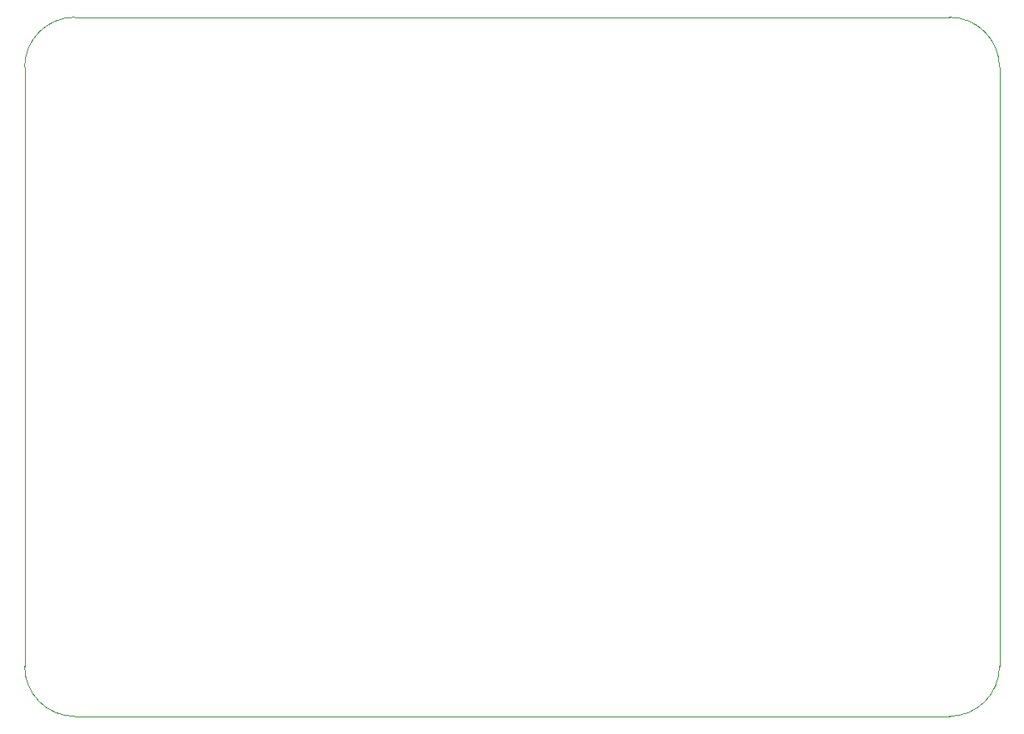
<source format=gbr>
G04 #@! TF.GenerationSoftware,KiCad,Pcbnew,(5.1.5)-3*
G04 #@! TF.CreationDate,2020-01-31T15:08:37+01:00*
G04 #@! TF.ProjectId,Greenkeeper,47726565-6e6b-4656-9570-65722e6b6963,1.0*
G04 #@! TF.SameCoordinates,Original*
G04 #@! TF.FileFunction,Profile,NP*
%FSLAX46Y46*%
G04 Gerber Fmt 4.6, Leading zero omitted, Abs format (unit mm)*
G04 Created by KiCad (PCBNEW (5.1.5)-3) date 2020-01-31 15:08:37*
%MOMM*%
%LPD*%
G04 APERTURE LIST*
%ADD10C,0.050000*%
G04 APERTURE END LIST*
D10*
X106680000Y-55880000D02*
X109220000Y-55880000D01*
X101600000Y-63500000D02*
X101600000Y-60960000D01*
X101600000Y-121920000D02*
X101600000Y-119380000D01*
X109220000Y-127000000D02*
X106680000Y-127000000D01*
X195580000Y-127000000D02*
X193040000Y-127000000D01*
X200660000Y-119380000D02*
X200660000Y-121920000D01*
X200660000Y-121920000D02*
G75*
G02X195580000Y-127000000I-5080000J0D01*
G01*
X106680000Y-127000000D02*
G75*
G02X101600000Y-121920000I0J5080000D01*
G01*
X101600000Y-60960000D02*
G75*
G02X106680000Y-55880000I5080000J0D01*
G01*
X195580000Y-55880000D02*
X193040000Y-55880000D01*
X200660000Y-63500000D02*
X200660000Y-60960000D01*
X195580000Y-55880000D02*
G75*
G02X200660000Y-60960000I0J-5080000D01*
G01*
X109220000Y-127000000D02*
X193040000Y-127000000D01*
X101600000Y-63500000D02*
X101600000Y-119380000D01*
X193040000Y-55880000D02*
X109220000Y-55880000D01*
X200660000Y-119380000D02*
X200660000Y-63500000D01*
M02*

</source>
